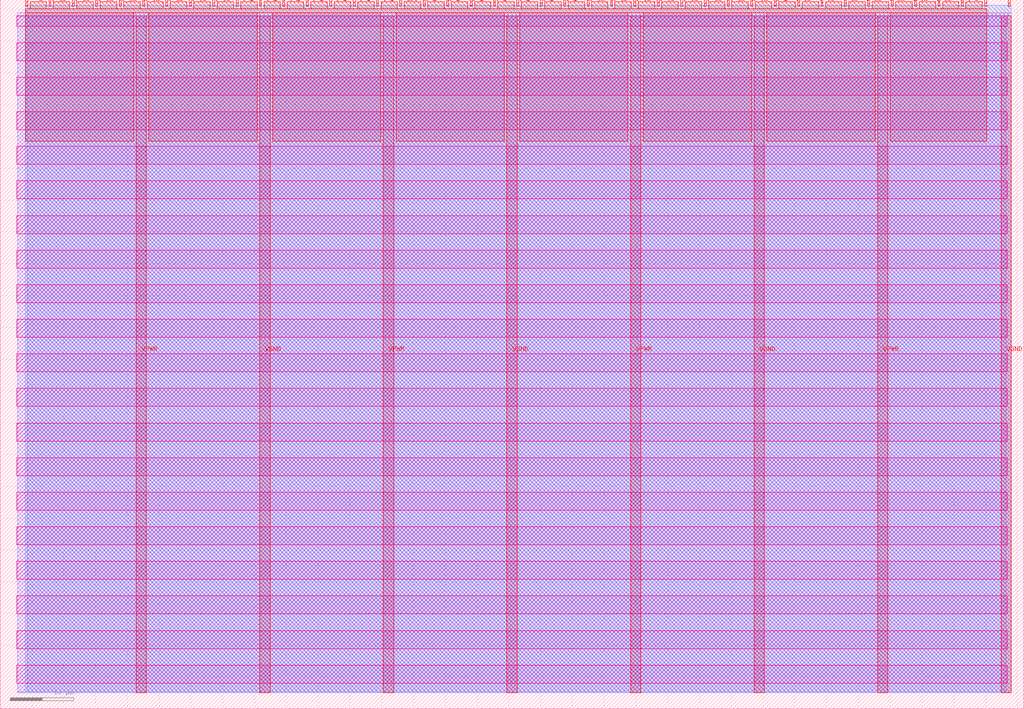
<source format=lef>
VERSION 5.7 ;
  NOWIREEXTENSIONATPIN ON ;
  DIVIDERCHAR "/" ;
  BUSBITCHARS "[]" ;
MACRO tt_um_timer_counter_UGM
  CLASS BLOCK ;
  FOREIGN tt_um_timer_counter_UGM ;
  ORIGIN 0.000 0.000 ;
  SIZE 161.000 BY 111.520 ;
  PIN VGND
    DIRECTION INOUT ;
    USE GROUND ;
    PORT
      LAYER met4 ;
        RECT 40.830 2.480 42.430 109.040 ;
    END
    PORT
      LAYER met4 ;
        RECT 79.700 2.480 81.300 109.040 ;
    END
    PORT
      LAYER met4 ;
        RECT 118.570 2.480 120.170 109.040 ;
    END
    PORT
      LAYER met4 ;
        RECT 157.440 2.480 159.040 109.040 ;
    END
  END VGND
  PIN VPWR
    DIRECTION INOUT ;
    USE POWER ;
    PORT
      LAYER met4 ;
        RECT 21.395 2.480 22.995 109.040 ;
    END
    PORT
      LAYER met4 ;
        RECT 60.265 2.480 61.865 109.040 ;
    END
    PORT
      LAYER met4 ;
        RECT 99.135 2.480 100.735 109.040 ;
    END
    PORT
      LAYER met4 ;
        RECT 138.005 2.480 139.605 109.040 ;
    END
  END VPWR
  PIN clk
    DIRECTION INPUT ;
    USE SIGNAL ;
    ANTENNAGATEAREA 0.852000 ;
    PORT
      LAYER met4 ;
        RECT 154.870 110.520 155.170 111.520 ;
    END
  END clk
  PIN ena
    DIRECTION INPUT ;
    USE SIGNAL ;
    PORT
      LAYER met4 ;
        RECT 158.550 110.520 158.850 111.520 ;
    END
  END ena
  PIN rst_n
    DIRECTION INPUT ;
    USE SIGNAL ;
    ANTENNAGATEAREA 0.196500 ;
    PORT
      LAYER met4 ;
        RECT 151.190 110.520 151.490 111.520 ;
    END
  END rst_n
  PIN ui_in[0]
    DIRECTION INPUT ;
    USE SIGNAL ;
    ANTENNAGATEAREA 0.213000 ;
    PORT
      LAYER met4 ;
        RECT 147.510 110.520 147.810 111.520 ;
    END
  END ui_in[0]
  PIN ui_in[1]
    DIRECTION INPUT ;
    USE SIGNAL ;
    ANTENNAGATEAREA 0.196500 ;
    PORT
      LAYER met4 ;
        RECT 143.830 110.520 144.130 111.520 ;
    END
  END ui_in[1]
  PIN ui_in[2]
    DIRECTION INPUT ;
    USE SIGNAL ;
    ANTENNAGATEAREA 0.196500 ;
    PORT
      LAYER met4 ;
        RECT 140.150 110.520 140.450 111.520 ;
    END
  END ui_in[2]
  PIN ui_in[3]
    DIRECTION INPUT ;
    USE SIGNAL ;
    ANTENNAGATEAREA 0.196500 ;
    PORT
      LAYER met4 ;
        RECT 136.470 110.520 136.770 111.520 ;
    END
  END ui_in[3]
  PIN ui_in[4]
    DIRECTION INPUT ;
    USE SIGNAL ;
    PORT
      LAYER met4 ;
        RECT 132.790 110.520 133.090 111.520 ;
    END
  END ui_in[4]
  PIN ui_in[5]
    DIRECTION INPUT ;
    USE SIGNAL ;
    PORT
      LAYER met4 ;
        RECT 129.110 110.520 129.410 111.520 ;
    END
  END ui_in[5]
  PIN ui_in[6]
    DIRECTION INPUT ;
    USE SIGNAL ;
    PORT
      LAYER met4 ;
        RECT 125.430 110.520 125.730 111.520 ;
    END
  END ui_in[6]
  PIN ui_in[7]
    DIRECTION INPUT ;
    USE SIGNAL ;
    PORT
      LAYER met4 ;
        RECT 121.750 110.520 122.050 111.520 ;
    END
  END ui_in[7]
  PIN uio_in[0]
    DIRECTION INPUT ;
    USE SIGNAL ;
    PORT
      LAYER met4 ;
        RECT 118.070 110.520 118.370 111.520 ;
    END
  END uio_in[0]
  PIN uio_in[1]
    DIRECTION INPUT ;
    USE SIGNAL ;
    PORT
      LAYER met4 ;
        RECT 114.390 110.520 114.690 111.520 ;
    END
  END uio_in[1]
  PIN uio_in[2]
    DIRECTION INPUT ;
    USE SIGNAL ;
    PORT
      LAYER met4 ;
        RECT 110.710 110.520 111.010 111.520 ;
    END
  END uio_in[2]
  PIN uio_in[3]
    DIRECTION INPUT ;
    USE SIGNAL ;
    PORT
      LAYER met4 ;
        RECT 107.030 110.520 107.330 111.520 ;
    END
  END uio_in[3]
  PIN uio_in[4]
    DIRECTION INPUT ;
    USE SIGNAL ;
    PORT
      LAYER met4 ;
        RECT 103.350 110.520 103.650 111.520 ;
    END
  END uio_in[4]
  PIN uio_in[5]
    DIRECTION INPUT ;
    USE SIGNAL ;
    PORT
      LAYER met4 ;
        RECT 99.670 110.520 99.970 111.520 ;
    END
  END uio_in[5]
  PIN uio_in[6]
    DIRECTION INPUT ;
    USE SIGNAL ;
    PORT
      LAYER met4 ;
        RECT 95.990 110.520 96.290 111.520 ;
    END
  END uio_in[6]
  PIN uio_in[7]
    DIRECTION INPUT ;
    USE SIGNAL ;
    PORT
      LAYER met4 ;
        RECT 92.310 110.520 92.610 111.520 ;
    END
  END uio_in[7]
  PIN uio_oe[0]
    DIRECTION OUTPUT TRISTATE ;
    USE SIGNAL ;
    PORT
      LAYER met4 ;
        RECT 29.750 110.520 30.050 111.520 ;
    END
  END uio_oe[0]
  PIN uio_oe[1]
    DIRECTION OUTPUT TRISTATE ;
    USE SIGNAL ;
    PORT
      LAYER met4 ;
        RECT 26.070 110.520 26.370 111.520 ;
    END
  END uio_oe[1]
  PIN uio_oe[2]
    DIRECTION OUTPUT TRISTATE ;
    USE SIGNAL ;
    PORT
      LAYER met4 ;
        RECT 22.390 110.520 22.690 111.520 ;
    END
  END uio_oe[2]
  PIN uio_oe[3]
    DIRECTION OUTPUT TRISTATE ;
    USE SIGNAL ;
    PORT
      LAYER met4 ;
        RECT 18.710 110.520 19.010 111.520 ;
    END
  END uio_oe[3]
  PIN uio_oe[4]
    DIRECTION OUTPUT TRISTATE ;
    USE SIGNAL ;
    PORT
      LAYER met4 ;
        RECT 15.030 110.520 15.330 111.520 ;
    END
  END uio_oe[4]
  PIN uio_oe[5]
    DIRECTION OUTPUT TRISTATE ;
    USE SIGNAL ;
    PORT
      LAYER met4 ;
        RECT 11.350 110.520 11.650 111.520 ;
    END
  END uio_oe[5]
  PIN uio_oe[6]
    DIRECTION OUTPUT TRISTATE ;
    USE SIGNAL ;
    PORT
      LAYER met4 ;
        RECT 7.670 110.520 7.970 111.520 ;
    END
  END uio_oe[6]
  PIN uio_oe[7]
    DIRECTION OUTPUT TRISTATE ;
    USE SIGNAL ;
    PORT
      LAYER met4 ;
        RECT 3.990 110.520 4.290 111.520 ;
    END
  END uio_oe[7]
  PIN uio_out[0]
    DIRECTION OUTPUT TRISTATE ;
    USE SIGNAL ;
    ANTENNADIFFAREA 1.721000 ;
    PORT
      LAYER met4 ;
        RECT 59.190 110.520 59.490 111.520 ;
    END
  END uio_out[0]
  PIN uio_out[1]
    DIRECTION OUTPUT TRISTATE ;
    USE SIGNAL ;
    ANTENNADIFFAREA 1.721000 ;
    PORT
      LAYER met4 ;
        RECT 55.510 110.520 55.810 111.520 ;
    END
  END uio_out[1]
  PIN uio_out[2]
    DIRECTION OUTPUT TRISTATE ;
    USE SIGNAL ;
    ANTENNADIFFAREA 1.721000 ;
    PORT
      LAYER met4 ;
        RECT 51.830 110.520 52.130 111.520 ;
    END
  END uio_out[2]
  PIN uio_out[3]
    DIRECTION OUTPUT TRISTATE ;
    USE SIGNAL ;
    ANTENNADIFFAREA 1.524450 ;
    PORT
      LAYER met4 ;
        RECT 48.150 110.520 48.450 111.520 ;
    END
  END uio_out[3]
  PIN uio_out[4]
    DIRECTION OUTPUT TRISTATE ;
    USE SIGNAL ;
    PORT
      LAYER met4 ;
        RECT 44.470 110.520 44.770 111.520 ;
    END
  END uio_out[4]
  PIN uio_out[5]
    DIRECTION OUTPUT TRISTATE ;
    USE SIGNAL ;
    PORT
      LAYER met4 ;
        RECT 40.790 110.520 41.090 111.520 ;
    END
  END uio_out[5]
  PIN uio_out[6]
    DIRECTION OUTPUT TRISTATE ;
    USE SIGNAL ;
    PORT
      LAYER met4 ;
        RECT 37.110 110.520 37.410 111.520 ;
    END
  END uio_out[6]
  PIN uio_out[7]
    DIRECTION OUTPUT TRISTATE ;
    USE SIGNAL ;
    PORT
      LAYER met4 ;
        RECT 33.430 110.520 33.730 111.520 ;
    END
  END uio_out[7]
  PIN uo_out[0]
    DIRECTION OUTPUT TRISTATE ;
    USE SIGNAL ;
    ANTENNADIFFAREA 1.721000 ;
    PORT
      LAYER met4 ;
        RECT 88.630 110.520 88.930 111.520 ;
    END
  END uo_out[0]
  PIN uo_out[1]
    DIRECTION OUTPUT TRISTATE ;
    USE SIGNAL ;
    ANTENNADIFFAREA 1.721000 ;
    PORT
      LAYER met4 ;
        RECT 84.950 110.520 85.250 111.520 ;
    END
  END uo_out[1]
  PIN uo_out[2]
    DIRECTION OUTPUT TRISTATE ;
    USE SIGNAL ;
    ANTENNADIFFAREA 1.721000 ;
    PORT
      LAYER met4 ;
        RECT 81.270 110.520 81.570 111.520 ;
    END
  END uo_out[2]
  PIN uo_out[3]
    DIRECTION OUTPUT TRISTATE ;
    USE SIGNAL ;
    ANTENNADIFFAREA 1.721000 ;
    PORT
      LAYER met4 ;
        RECT 77.590 110.520 77.890 111.520 ;
    END
  END uo_out[3]
  PIN uo_out[4]
    DIRECTION OUTPUT TRISTATE ;
    USE SIGNAL ;
    ANTENNADIFFAREA 1.721000 ;
    PORT
      LAYER met4 ;
        RECT 73.910 110.520 74.210 111.520 ;
    END
  END uo_out[4]
  PIN uo_out[5]
    DIRECTION OUTPUT TRISTATE ;
    USE SIGNAL ;
    ANTENNADIFFAREA 1.524450 ;
    PORT
      LAYER met4 ;
        RECT 70.230 110.520 70.530 111.520 ;
    END
  END uo_out[5]
  PIN uo_out[6]
    DIRECTION OUTPUT TRISTATE ;
    USE SIGNAL ;
    ANTENNADIFFAREA 1.524450 ;
    PORT
      LAYER met4 ;
        RECT 66.550 110.520 66.850 111.520 ;
    END
  END uo_out[6]
  PIN uo_out[7]
    DIRECTION OUTPUT TRISTATE ;
    USE SIGNAL ;
    ANTENNADIFFAREA 0.795200 ;
    PORT
      LAYER met4 ;
        RECT 62.870 110.520 63.170 111.520 ;
    END
  END uo_out[7]
  OBS
      LAYER nwell ;
        RECT 2.570 107.385 158.430 108.990 ;
        RECT 2.570 101.945 158.430 104.775 ;
        RECT 2.570 96.505 158.430 99.335 ;
        RECT 2.570 91.065 158.430 93.895 ;
        RECT 2.570 85.625 158.430 88.455 ;
        RECT 2.570 80.185 158.430 83.015 ;
        RECT 2.570 74.745 158.430 77.575 ;
        RECT 2.570 69.305 158.430 72.135 ;
        RECT 2.570 63.865 158.430 66.695 ;
        RECT 2.570 58.425 158.430 61.255 ;
        RECT 2.570 52.985 158.430 55.815 ;
        RECT 2.570 47.545 158.430 50.375 ;
        RECT 2.570 42.105 158.430 44.935 ;
        RECT 2.570 36.665 158.430 39.495 ;
        RECT 2.570 31.225 158.430 34.055 ;
        RECT 2.570 25.785 158.430 28.615 ;
        RECT 2.570 20.345 158.430 23.175 ;
        RECT 2.570 14.905 158.430 17.735 ;
        RECT 2.570 9.465 158.430 12.295 ;
        RECT 2.570 4.025 158.430 6.855 ;
      LAYER li1 ;
        RECT 2.760 2.635 158.240 108.885 ;
      LAYER met1 ;
        RECT 2.760 2.480 159.040 109.440 ;
      LAYER met2 ;
        RECT 4.230 2.535 159.010 110.685 ;
      LAYER met3 ;
        RECT 3.950 2.555 159.030 110.665 ;
      LAYER met4 ;
        RECT 4.690 110.120 7.270 111.170 ;
        RECT 8.370 110.120 10.950 111.170 ;
        RECT 12.050 110.120 14.630 111.170 ;
        RECT 15.730 110.120 18.310 111.170 ;
        RECT 19.410 110.120 21.990 111.170 ;
        RECT 23.090 110.120 25.670 111.170 ;
        RECT 26.770 110.120 29.350 111.170 ;
        RECT 30.450 110.120 33.030 111.170 ;
        RECT 34.130 110.120 36.710 111.170 ;
        RECT 37.810 110.120 40.390 111.170 ;
        RECT 41.490 110.120 44.070 111.170 ;
        RECT 45.170 110.120 47.750 111.170 ;
        RECT 48.850 110.120 51.430 111.170 ;
        RECT 52.530 110.120 55.110 111.170 ;
        RECT 56.210 110.120 58.790 111.170 ;
        RECT 59.890 110.120 62.470 111.170 ;
        RECT 63.570 110.120 66.150 111.170 ;
        RECT 67.250 110.120 69.830 111.170 ;
        RECT 70.930 110.120 73.510 111.170 ;
        RECT 74.610 110.120 77.190 111.170 ;
        RECT 78.290 110.120 80.870 111.170 ;
        RECT 81.970 110.120 84.550 111.170 ;
        RECT 85.650 110.120 88.230 111.170 ;
        RECT 89.330 110.120 91.910 111.170 ;
        RECT 93.010 110.120 95.590 111.170 ;
        RECT 96.690 110.120 99.270 111.170 ;
        RECT 100.370 110.120 102.950 111.170 ;
        RECT 104.050 110.120 106.630 111.170 ;
        RECT 107.730 110.120 110.310 111.170 ;
        RECT 111.410 110.120 113.990 111.170 ;
        RECT 115.090 110.120 117.670 111.170 ;
        RECT 118.770 110.120 121.350 111.170 ;
        RECT 122.450 110.120 125.030 111.170 ;
        RECT 126.130 110.120 128.710 111.170 ;
        RECT 129.810 110.120 132.390 111.170 ;
        RECT 133.490 110.120 136.070 111.170 ;
        RECT 137.170 110.120 139.750 111.170 ;
        RECT 140.850 110.120 143.430 111.170 ;
        RECT 144.530 110.120 147.110 111.170 ;
        RECT 148.210 110.120 150.790 111.170 ;
        RECT 151.890 110.120 154.470 111.170 ;
        RECT 3.975 109.440 155.185 110.120 ;
        RECT 3.975 89.255 20.995 109.440 ;
        RECT 23.395 89.255 40.430 109.440 ;
        RECT 42.830 89.255 59.865 109.440 ;
        RECT 62.265 89.255 79.300 109.440 ;
        RECT 81.700 89.255 98.735 109.440 ;
        RECT 101.135 89.255 118.170 109.440 ;
        RECT 120.570 89.255 137.605 109.440 ;
        RECT 140.005 89.255 155.185 109.440 ;
  END
END tt_um_timer_counter_UGM
END LIBRARY


</source>
